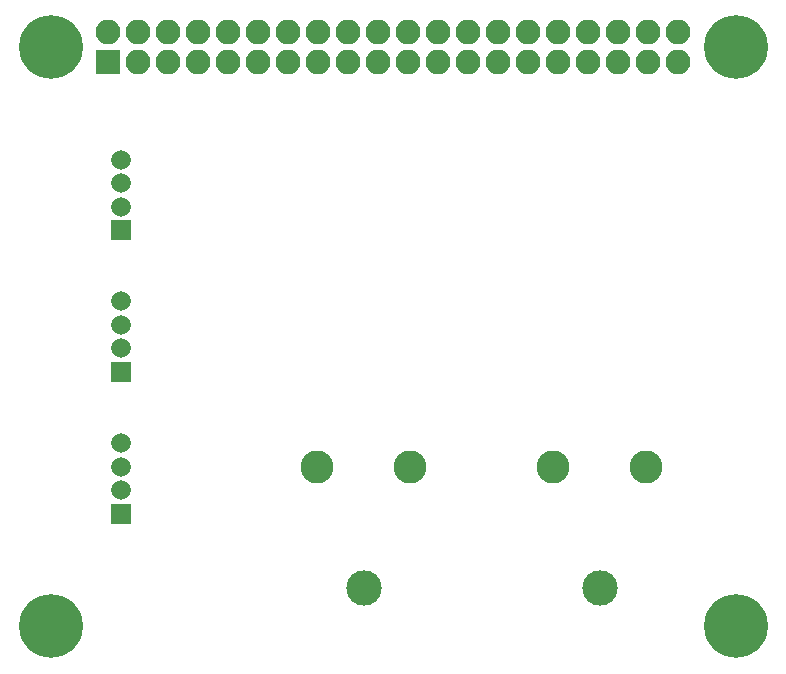
<source format=gbs>
G04 #@! TF.FileFunction,Soldermask,Bot*
%FSLAX46Y46*%
G04 Gerber Fmt 4.6, Leading zero omitted, Abs format (unit mm)*
G04 Created by KiCad (PCBNEW 4.0.6) date Mon Apr 10 22:16:24 2017*
%MOMM*%
%LPD*%
G01*
G04 APERTURE LIST*
%ADD10C,0.100000*%
%ADD11C,5.400000*%
%ADD12R,1.670000X1.670000*%
%ADD13C,1.670000*%
%ADD14R,2.100000X2.100000*%
%ADD15O,2.100000X2.100000*%
%ADD16C,2.800000*%
%ADD17C,3.000000*%
G04 APERTURE END LIST*
D10*
D11*
X103500000Y-152500000D03*
X161500000Y-152500000D03*
X161500000Y-103500000D03*
X103500000Y-103500000D03*
D12*
X109500000Y-142999740D03*
D13*
X109500000Y-140998220D03*
X109500000Y-139001780D03*
X109500000Y-137000260D03*
D12*
X109500000Y-130999740D03*
D13*
X109500000Y-128998220D03*
X109500000Y-127001780D03*
X109500000Y-125000260D03*
D12*
X109500000Y-118999740D03*
D13*
X109500000Y-116998220D03*
X109500000Y-115001780D03*
X109500000Y-113000260D03*
D14*
X108370000Y-104770000D03*
D15*
X108370000Y-102230000D03*
X110910000Y-104770000D03*
X110910000Y-102230000D03*
X113450000Y-104770000D03*
X113450000Y-102230000D03*
X115990000Y-104770000D03*
X115990000Y-102230000D03*
X118530000Y-104770000D03*
X118530000Y-102230000D03*
X121070000Y-104770000D03*
X121070000Y-102230000D03*
X123610000Y-104770000D03*
X123610000Y-102230000D03*
X126150000Y-104770000D03*
X126150000Y-102230000D03*
X128690000Y-104770000D03*
X128690000Y-102230000D03*
X131230000Y-104770000D03*
X131230000Y-102230000D03*
X133770000Y-104770000D03*
X133770000Y-102230000D03*
X136310000Y-104770000D03*
X136310000Y-102230000D03*
X138850000Y-104770000D03*
X138850000Y-102230000D03*
X141390000Y-104770000D03*
X141390000Y-102230000D03*
X143930000Y-104770000D03*
X143930000Y-102230000D03*
X146470000Y-104770000D03*
X146470000Y-102230000D03*
X149010000Y-104770000D03*
X149010000Y-102230000D03*
X151550000Y-104770000D03*
X151550000Y-102230000D03*
X154090000Y-104770000D03*
X154090000Y-102230000D03*
X156630000Y-104770000D03*
X156630000Y-102230000D03*
D16*
X153950000Y-139000000D03*
X146050000Y-139000000D03*
D17*
X150000000Y-149250000D03*
D16*
X133950000Y-139000000D03*
X126050000Y-139000000D03*
D17*
X130000000Y-149250000D03*
M02*

</source>
